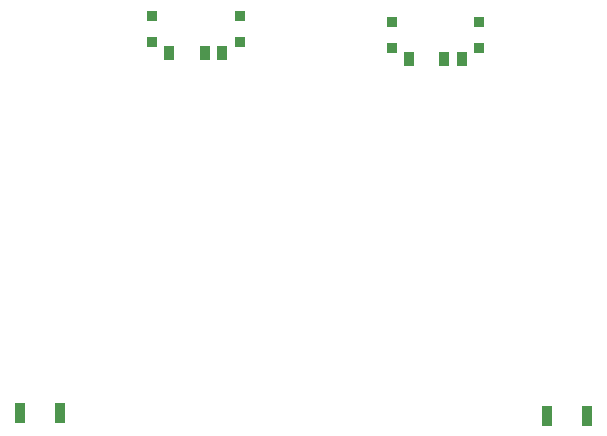
<source format=gbp>
G04 #@! TF.GenerationSoftware,KiCad,Pcbnew,6.0.5*
G04 #@! TF.CreationDate,2022-08-03T13:04:35-04:00*
G04 #@! TF.ProjectId,sweep-high,73776565-702d-4686-9967-682e6b696361,rev?*
G04 #@! TF.SameCoordinates,Original*
G04 #@! TF.FileFunction,Paste,Bot*
G04 #@! TF.FilePolarity,Positive*
%FSLAX46Y46*%
G04 Gerber Fmt 4.6, Leading zero omitted, Abs format (unit mm)*
G04 Created by KiCad (PCBNEW 6.0.5) date 2022-08-03 13:04:35*
%MOMM*%
%LPD*%
G01*
G04 APERTURE LIST*
%ADD10R,0.900000X0.900000*%
%ADD11R,0.900000X1.250000*%
%ADD12R,0.900000X1.700000*%
G04 APERTURE END LIST*
D10*
X144302000Y-85090000D03*
X144302000Y-82890000D03*
X136902000Y-82890000D03*
X136902000Y-85090000D03*
D11*
X138352000Y-86065000D03*
X141352000Y-86065000D03*
X142852000Y-86065000D03*
D12*
X125694000Y-116502000D03*
X129094000Y-116502000D03*
D10*
X157171840Y-83398000D03*
X157171840Y-85598000D03*
X164571840Y-83398000D03*
X164571840Y-85598000D03*
D11*
X158621840Y-86573000D03*
X161621840Y-86573000D03*
X163121840Y-86573000D03*
D12*
X170347840Y-116756000D03*
X173747840Y-116756000D03*
M02*

</source>
